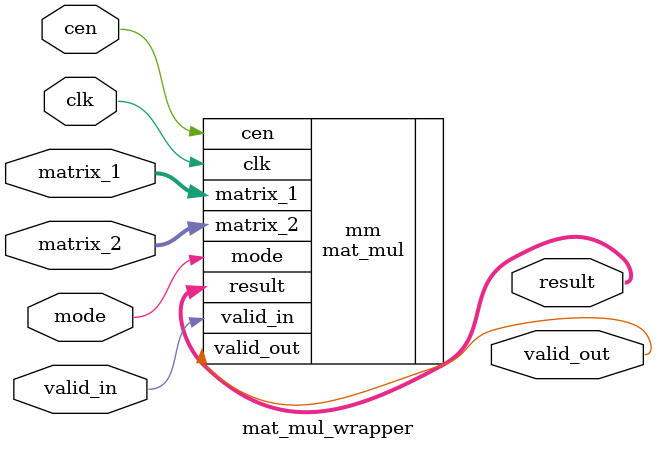
<source format=v>
module mat_mul_wrapper#(
    parameter W_IN = 8,
    parameter W_OUT = 32,
    parameter N = 8
)(
    input wire clk, cen, valid_in, mode,
    input wire signed [N*N*W_IN-1:0] matrix_1, 
    input wire signed [N*N*W_IN-1:0] matrix_2,
    output reg valid_out,
    output reg signed [N*N*W_OUT-1:0] result
);

mat_mul #(.W_IN(W_IN), .W_OUT(W_OUT), .N(N)) mm (.clk(clk), .cen(cen), .valid_in(valid_in), .mode(mode), .matrix_1(matrix_1), .matrix_2(matrix_2), .valid_out(valid_out), .result(result));

endmodule
</source>
